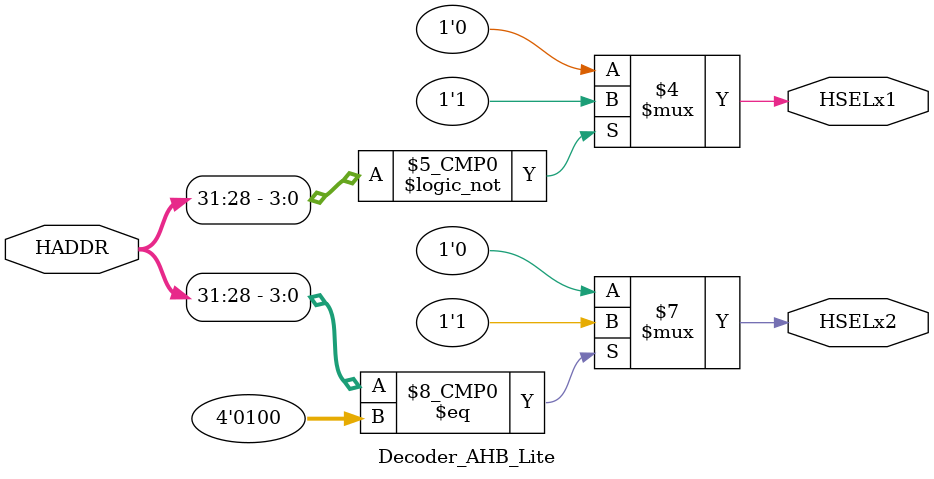
<source format=v>
`timescale 1ns / 1ps
module Decoder_AHB_Lite
#(parameter ADDR_WIDTH = 32)
(
input      [ADDR_WIDTH-1:0]   HADDR,   // addr
output reg                    HSELx1, // memory
output reg                    HSELx2 // AES128
);
always@(*) begin
    HSELx1 = 1'b0;
    HSELx2 = 1'b0;
        case(HADDR[31:28])
            4'h0: HSELx1 = 1'b1;  // Memory Addr. Space 0x00000000 to 0x0000FFFF   
            4'h4: HSELx2 = 1'b1; // AES128 Addr. Space 0x40000000 to 0x4000FFFF        
        endcase 
end
endmodule

</source>
